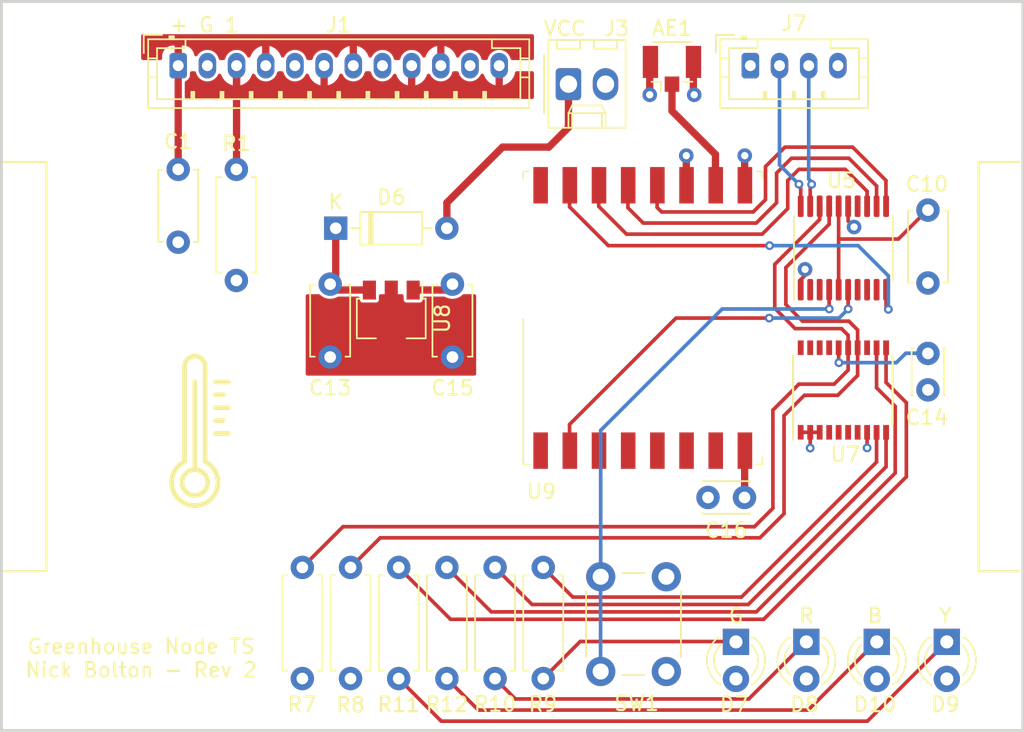
<source format=kicad_pcb>
(kicad_pcb (version 20221018) (generator pcbnew)
  (title_block (title "Greenhouse Node (TS)") (date "2022-11-16") (rev "2") (company "Nick Bolton"))
  (layers (0 "F.Cu" signal) (1 "In1.Cu" signal) (2 "In2.Cu" signal) (31 "B.Cu" signal) (34 "B.Paste" user) (35 "F.Paste" user) (36 "B.SilkS" user "B.Silkscreen") (37 "F.SilkS" user "F.Silkscreen") (38 "B.Mask" user) (39 "F.Mask" user) (44 "Edge.Cuts" user))
  (net 0 "")
  (net 1 "GND")
  (net 2 "Net-(AE1-A)")
  (net 3 "+3V3")
  (net 4 "Net-(#FLG03-pwr)")
  (net 5 "Net-(D7-K)")
  (net 6 "Net-(D8-K)")
  (net 7 "Net-(D9-K)")
  (net 8 "Net-(D10-K)")
  (net 9 "/SWCLK")
  (net 10 "/SWDIO")
  (net 11 "/SDA")
  (net 12 "/OneWire")
  (net 13 "/SCL")
  (net 14 "/LED_G")
  (net 15 "/RST")
  (net 16 "/LED_R")
  (net 18 "/LED_Y")
  (net 20 "/LED_B")
  (net 21 "/RM_IRQ")
  (net 25 "/RM_CS")
  (net 26 "/SCK")
  (net 27 "/MISO")
  (net 28 "/MOSI")
  (net 42 "Net-(#FLG01-pwr)")
  (footprint "LED_THT:LED_D3.0mm" (layer "F.Cu") (at 132.6896 79.652 -90)
    (fp_text reference "D9")
    (fp_text value "LED_Sm_Y")
  )
  (footprint "Resistor_THT:R_Axial_DIN0207_L6.3mm_D2.5mm_P7.62mm_Horizontal" (layer "F.Cu") (at 88.519 82.1666 90)
    (fp_text reference "R7")
    (fp_text value "10k")
  )
  (footprint "Package_SO:SSOP-20_4.4x6.5mm_P0.65mm" (layer "F.Cu") (at 125.599 62.378 90)
    (fp_text reference "U7")
    (fp_text value "PCF8574ATS/3,118")
  )
  (footprint "Capacitor_THT:C_Disc_D3.0mm_W2.0mm_P2.50mm" (layer "F.Cu") (at 131.3942 59.8678 -90)
    (fp_text reference "C14")
    (fp_text value "10nF")
  )
  (footprint "Resistor_THT:R_Axial_DIN0207_L6.3mm_D2.5mm_P7.62mm_Horizontal" (layer "F.Cu") (at 91.821 82.1666 90)
    (fp_text reference "R8")
    (fp_text value "10k")
  )
  (footprint "Package_SO:TSSOP-20_4.4x6.5mm_P0.65mm" (layer "F.Cu") (at 125.599 52.6365 90)
    (fp_text reference "U5")
    (fp_text value "STM32F030F4P6")
  )
  (footprint "Package_TO_SOT_SMD:SOT-89-3" (layer "F.Cu") (at 94.6136 57.4744 -90)
    (fp_text reference "U8")
    (fp_text value "XC6706x")
  )
  (footprint "LED_THT:LED_D3.0mm" (layer "F.Cu") (at 118.237 79.652 -90)
    (fp_text reference "D7")
    (fp_text value "LED_Sm_G")
  )
  (footprint "Capacitor_THT:C_Disc_D4.7mm_W2.5mm_P5.00mm" (layer "F.Cu") (at 98.806 55.118 -90)
    (fp_text reference "C15")
    (fp_text value "100nF")
  )
  (footprint "Resistor_THT:R_Axial_DIN0207_L6.3mm_D2.5mm_P7.62mm_Horizontal" (layer "F.Cu") (at 105.029 74.5466 -90)
    (fp_text reference "R9")
    (fp_text value "5k")
  )
  (footprint "Resistor_THT:R_Axial_DIN0207_L6.3mm_D2.5mm_P7.62mm_Horizontal" (layer "F.Cu") (at 101.727 74.5466 -90)
    (fp_text reference "R10")
    (fp_text value "1k")
  )
  (footprint "Capacitor_THT:C_Disc_D4.7mm_W2.5mm_P5.00mm" (layer "F.Cu") (at 131.3942 50.038 -90)
    (fp_text reference "C10")
    (fp_text value "100nF")
  )
  (footprint "Capacitor_THT:C_Disc_D3.0mm_W2.0mm_P2.50mm" (layer "F.Cu") (at 118.8212 69.7484 180)
    (fp_text reference "C16")
    (fp_text value "10nF")
  )
  (footprint "Connector_JST:JST_PH_B4B-PH-K_1x04_P2.00mm_Vertical" (layer "F.Cu") (at 119.222 40.132)
    (fp_text reference "J7")
    (fp_text value "Conn_01x04_Pin")
  )
  (footprint "Diode_THT:D_DO-35_SOD27_P7.62mm_Horizontal" (layer "F.Cu") (at 90.805 51.2826)
    (fp_text reference "D6")
    (fp_text value "BAT46")
  )
  (footprint "MountingHole:MountingHole_3.2mm_M3" (layer "F.Cu") (at 131.39 41.74)
    (fp_text reference "H2" hide)
    (fp_text value "MountingHole")
  )
  (footprint "Resistor_THT:R_Axial_DIN0207_L6.3mm_D2.5mm_P7.62mm_Horizontal" (layer "F.Cu") (at 98.425 74.5466 -90)
    (fp_text reference "R12")
    (fp_text value "5k")
  )
  (footprint "Connector_Molex:Molex_KK-254_AE-6410-02A_1x02_P2.54mm_Vertical" (layer "F.Cu") (at 106.7562 41.402)
    (fp_text reference "J3")
    (fp_text value "Conn_01x02_Pin")
  )
  (footprint "Resistor_THT:R_Axial_DIN0207_L6.3mm_D2.5mm_P7.62mm_Horizontal" (layer "F.Cu") (at 95.123 74.5466 -90)
    (fp_text reference "R11")
    (fp_text value "1k")
  )
  (footprint "Capacitor_THT:C_Disc_D4.7mm_W2.5mm_P5.00mm" (layer "F.Cu") (at 90.424 60.118 90)
    (fp_text reference "C13")
    (fp_text value "100nF")
  )
  (footprint "MountingHole:MountingHole_3.2mm_M3" (layer "F.Cu") (at 73.9 41.73)
    (fp_text reference "H1" hide)
    (fp_text value "MountingHole")
  )
  (footprint "Button_Switch_THT:SW_PUSH_6mm" (layer "F.Cu") (at 108.966 81.684 90)
    (fp_text reference "SW1")
    (fp_text value "SW_Push")
  )
  (footprint "Connector_JST:JST_PH_B12B-PH-K_1x12_P2.00mm_Vertical" (layer "F.Cu") (at 80.01 40.132)
    (fp_text reference "J1")
    (fp_text value "Conn_01x12_Male")
  )
  (footprint "Connector_Coaxial:U.FL_Hirose_U.FL-R-SMT-1_Vertical" (layer "F.Cu") (at 113.8508 40.352 90)
    (fp_text reference "AE1")
    (fp_text value "U.FL-R-SMT-1")
  )
  (footprint "Nick:HopeRF_RFM69HW" (layer "F.Cu") (at 111.8498 57.4362 90)
    (fp_text reference "U9")
    (fp_text value "RFM69HW")
  )
  (footprint "MountingHole:MountingHole_3.2mm_M3" (layer "F.Cu") (at 73.9 72.74)
    (fp_text reference "H3" hide)
    (fp_text value "MountingHole")
  )
  (footprint "MountingHole:MountingHole_3.2mm_M3" (layer "F.Cu") (at 131.39 72.73)
    (fp_text reference "H4" hide)
    (fp_text value "MountingHole")
  )
  (footprint "Resistor_THT:R_Axial_DIN0207_L6.3mm_D2.5mm_P7.62mm_Horizontal" (layer "F.Cu") (at 83.9978 54.864 90)
    (fp_text reference "R1")
    (fp_text value "5k")
  )
  (footprint "LED_THT:LED_D3.0mm" (layer "F.Cu") (at 123.063 79.652 -90)
    (fp_text reference "D8")
    (fp_text value "LED_Sm_R")
  )
  (footprint "Capacitor_THT:C_Disc_D4.7mm_W2.5mm_P5.00mm" (layer "F.Cu") (at 80.01 52.244 90)
    (fp_text reference "C1")
    (fp_text value "100nF")
  )
  (footprint "LED_THT:LED_D3.0mm" (layer "F.Cu") (at 127.889 79.652 -90)
    (fp_text reference "D10")
    (fp_text value "LED_Sm_B")
  )
  (gr_poly (pts (xy 81.159179 61.658086) (xy 81.167595 61.658726) (xy 81.175889 61.65978) (xy 81.18405 61.661237) (xy 81.192068 61.663088) (xy 81.199932 61.665321) (xy 81.207632 61.667927) (xy 81.215157 61.670895) (xy 81.222498 61.674214) (xy 81.229643 61.677874) (xy 81.236583 61.681864) (xy 81.243307 61.686175) (xy 81.249804 61.690796) (xy 81.256064 61.695716) (xy 81.262077 61.700925) (xy 81.267832 61.706412) (xy 81.273319 61.712168) (xy 81.278527 61.718181) (xy 81.283446 61.724441) (xy 81.288066 61.730938) (xy 81.292377 61.737662) (xy 81.296367 61.744602) (xy 81.300026 61.751747) (xy 81.303344 61.759087) (xy 81.306311 61.766612) (xy 81.308917 61.774312) (xy 81.31115 61.782175) (xy 81.313 61.790192) (xy 81.314457 61.798352) (xy 81.315511 61.806644) (xy 81.316151 61.815059) (xy 81.316366 61.823586) (xy 81.316366 67.680808) (xy 81.362913 67.689309) (xy 81.408726 67.69984) (xy 81.453759 67.71235) (xy 81.497961 67.726792) (xy 81.541284 67.743116) (xy 81.58368 67.761275) (xy 81.625098 67.781218) (xy 81.665491 67.802897) (xy 81.704809 67.826264) (xy 81.743003 67.851269) (xy 81.780026 67.877863) (xy 81.815827 67.905999) (xy 81.850358 67.935626) (xy 81.883569 67.966697) (xy 81.915413 67.999161) (xy 81.945841 68.032972) (xy 81.974802 68.068079) (xy 82.002249 68.104434) (xy 82.028133 68.141988) (xy 82.052405 68.180692) (xy 82.075015 68.220497) (xy 82.095915 68.261355) (xy 82.115057 68.303217) (xy 82.13239 68.346034) (xy 82.147867 68.389756) (xy 82.161439 68.434336) (xy 82.173056 68.479725) (xy 82.18267 68.525872) (xy 82.190231 68.572731) (xy 82.195692 68.620252) (xy 82.199003 68.668386) (xy 82.200115 68.717084) (xy 82.198746 68.771007) (xy 82.194686 68.824232) (xy 82.188 68.876692) (xy 82.178754 68.928321) (xy 82.167016 68.979051) (xy 82.152851 69.028818) (xy 82.136326 69.077554) (xy 82.117508 69.125192) (xy 82.096463 69.171667) (xy 82.073258 69.216912) (xy 82.047958 69.260861) (xy 82.02063 69.303446) (xy 81.991342 69.344602) (xy 81.960159 69.384261) (xy 81.927147 69.422359) (xy 81.892374 69.458827) (xy 81.855906 69.493601) (xy 81.817808 69.526612) (xy 81.778148 69.557795) (xy 81.736992 69.587084) (xy 81.694407 69.614411) (xy 81.650459 69.639711) (xy 81.605214 69.662916) (xy 81.558739 69.683962) (xy 81.5111 69.70278) (xy 81.462364 69.719304) (xy 81.412598 69.733469) (xy 81.361867 69.745207) (xy 81.310238 69.754453) (xy 81.257778 69.761139) (xy 81.204553 69.7652) (xy 81.15063 69.766568) (xy 81.096707 69.7652) (xy 81.043482 69.761139) (xy 80.991022 69.754453) (xy 80.939393 69.745207) (xy 80.888662 69.733469) (xy 80.838896 69.719304) (xy 80.79016 69.70278) (xy 80.742521 69.683962) (xy 80.696046 69.662916) (xy 80.650801 69.639711) (xy 80.606853 69.614411) (xy 80.564268 69.587084) (xy 80.523112 69.557795) (xy 80.483452 69.526612) (xy 80.445355 69.493601) (xy 80.408886 69.458827) (xy 80.374113 69.422359) (xy 80.341101 69.384261) (xy 80.309918 69.344602) (xy 80.28063 69.303446) (xy 80.253302 69.260861) (xy 80.228003 69.216912) (xy 80.204797 69.171667) (xy 80.183752 69.125192) (xy 80.164934 69.077554) (xy 80.148409 69.028818) (xy 80.134244 68.979051) (xy 80.122506 68.928321) (xy 80.113261 68.876692) (xy 80.106574 68.824232) (xy 80.102514 68.771007) (xy 80.101146 68.717084) (xy 80.432598 68.717084) (xy 80.433534 68.753979) (xy 80.436312 68.790397) (xy 80.440887 68.826292) (xy 80.447213 68.861618) (xy 80.455244 68.896329) (xy 80.464936 68.93038) (xy 80.476242 68.963726) (xy 80.489117 68.996321) (xy 80.503516 69.02812) (xy 80.519394 69.059078) (xy 80.536704 69.089148) (xy 80.555401 69.118285) (xy 80.575441 69.146445) (xy 80.596777 69.17358) (xy 80.619363 69.199647) (xy 80.643156 69.224599) (xy 80.668108 69.248391) (xy 80.694174 69.270978) (xy 80.72131 69.292314) (xy 80.74947 69.312353) (xy 80.778607 69.331051) (xy 80.808677 69.348361) (xy 80.839634 69.364238) (xy 80.871434 69.378638) (xy 80.904029 69.391513) (xy 80.937375 69.402819) (xy 80.971426 69.412511) (xy 81.006137 69.420542) (xy 81.041463 69.426868) (xy 81.077358 69.431442) (xy 81.113776 69.434221) (xy 81.150671 69.435157) (xy 81.187567 69.434221) (xy 81.223985 69.431442) (xy 81.25988 69.426868) (xy 81.295205 69.420542) (xy 81.329916 69.412511) (xy 81.363968 69.402819) (xy 81.397314 69.391513) (xy 81.429909 69.378638) (xy 81.461708 69.364238) (xy 81.492665 69.348361) (xy 81.522736 69.331051) (xy 81.551873 69.312353) (xy 81.580032 69.292314) (xy 81.607168 69.270978) (xy 81.633235 69.248391) (xy 81.658187 69.224599) (xy 81.681979 69.199647) (xy 81.704566 69.17358) (xy 81.725902 69.146445) (xy 81.745941 69.118285) (xy 81.764639 69.089148) (xy 81.781949 69.059078) (xy 81.797827 69.02812) (xy 81.812226 68.996321) (xy 81.825101 68.963726) (xy 81.836407 68.93038) (xy 81.846099 68.896329) (xy 81.85413 68.861618) (xy 81.860456 68.826292) (xy 81.865031 68.790397) (xy 81.867809 68.753979) (xy 81.868745 68.717084) (xy 81.867809 68.680188) (xy 81.865031 68.64377) (xy 81.860456 68.607875) (xy 81.85413 68.572549) (xy 81.846099 68.537838) (xy 81.836407 68.503787) (xy 81.825101 68.470441) (xy 81.812226 68.437845) (xy 81.797827 68.406046) (xy 81.781949 68.375089) (xy 81.764639 68.345019) (xy 81.745941 68.315881) (xy 81.725902 68.287722) (xy 81.704566 68.260586) (xy 81.68198 68.234519) (xy 81.658187 68.209567) (xy 81.633235 68.185775) (xy 81.607169 68.163188) (xy 81.580033 68.141852) (xy 81.551873 68.121813) (xy 81.522736 68.103116) (xy 81.492666 68.085805) (xy 81.461708 68.069928) (xy 81.429909 68.055529) (xy 81.397314 68.042653) (xy 81.363968 68.031347) (xy 81.329917 68.021656) (xy 81.295206 68.013624) (xy 81.25988 68.007299) (xy 81.223985 68.002724) (xy 81.187567 67.999946) (xy 81.150671 67.99901) (xy 81.113776 67.999946) (xy 81.077358 68.002724) (xy 81.041463 68.007299) (xy 81.006137 68.013624) (xy 80.971426 68.021656) (xy 80.937375 68.031347) (xy 80.904029 68.042654) (xy 80.871434 68.055529) (xy 80.839634 68.069928) (xy 80.808677 68.085805) (xy 80.778607 68.103116) (xy 80.74947 68.121813) (xy 80.72131 68.141853) (xy 80.694174 68.163189) (xy 80.668108 68.185775) (xy 80.643156 68.209567) (xy 80.619363 68.23452) (xy 80.596777 68.260586) (xy 80.575441 68.287722) (xy 80.555401 68.315882) (xy 80.536704 68.345019) (xy 80.519394 68.375089) (xy 80.503516 68.406046) (xy 80.489117 68.437846) (xy 80.476242 68.470441) (xy 80.464936 68.503787) (xy 80.455244 68.537838) (xy 80.447213 68.57255) (xy 80.440887 68.607875) (xy 80.436312 68.64377) (xy 80.433534 68.680188) (xy 80.432598 68.717084) (xy 80.101146 68.717084) (xy 80.102261 68.668385) (xy 80.105575 68.620252) (xy 80.111039 68.572731) (xy 80.118604 68.525872) (xy 80.12822 68.479724) (xy 80.13984 68.434336) (xy 80.153414 68.389756) (xy 80.168893 68.346033) (xy 80.186229 68.303217) (xy 80.205372 68.261355) (xy 80.226274 68.220497) (xy 80.248886 68.180691) (xy 80.273159 68.141987) (xy 80.299044 68.104433) (xy 80.326493 68.068079) (xy 80.355455 68.032971) (xy 80.385883 67.999161) (xy 80.417728 67.966696) (xy 80.450941 67.935626) (xy 80.485472 67.905998) (xy 80.521274 67.877863) (xy 80.558296 67.851268) (xy 80.596491 67.826263) (xy 80.63581 67.802897) (xy 80.676203 67.781217) (xy 80.717621 67.761274) (xy 80.760017 67.743116) (xy 80.80334 67.726791) (xy 80.847542 67.712349) (xy 80.892575 67.699839) (xy 80.938389 67.689309) (xy 80.984935 67.680807) (xy 80.984935 61.823586) (xy 80.985151 61.815057) (xy 80.985791 61.806641) (xy 80.986845 61.798347) (xy 80.988302 61.790186) (xy 80.990153 61.782168) (xy 80.992386 61.774304) (xy 80.994992 61.766604) (xy 80.99796 61.759079) (xy 81.001279 61.751738) (xy 81.004939 61.744593) (xy 81.008929 61.737653) (xy 81.01324 61.730929) (xy 81.017861 61.724432) (xy 81.022781 61.718172) (xy 81.02799 61.712159) (xy 81.033477 61.706404) (xy 81.039233 61.700917) (xy 81.045246 61.695709) (xy 81.051506 61.69079) (xy 81.058003 61.68617) (xy 81.064727 61.68186) (xy 81.071667 61.677869) (xy 81.078812 61.67421) (xy 81.086152 61.670892) (xy 81.093677 61.667925) (xy 81.101377 61.66532) (xy 81.10924 61.663087) (xy 81.117257 61.661236) (xy 81.125417 61.659779) (xy 81.133709 61.658725) (xy 81.142124 61.658086) (xy 81.15065 61.65787)) (fill solid) (layer "F.SilkS"))
  (gr_line locked (start 134.866 74.803) (end 137.66 74.803) (stroke (width 0.15)) (layer "F.SilkS"))
  (gr_line locked (start 68.064 74.803) (end 70.985 74.803) (stroke (width 0.15)) (layer "F.SilkS"))
  (gr_line locked (start 137.66 46.736) (end 134.866 46.736) (stroke (width 0.15)) (layer "F.SilkS"))
  (gr_poly (pts (xy 83.45702 65.193222) (xy 83.465438 65.193861) (xy 83.473733 65.194915) (xy 83.481895 65.196372) (xy 83.489914 65.198223) (xy 83.497779 65.200456) (xy 83.50548 65.203061) (xy 83.513006 65.206028) (xy 83.520347 65.209346) (xy 83.527492 65.213005) (xy 83.534432 65.216996) (xy 83.541155 65.221306) (xy 83.547652 65.225926) (xy 83.553912 65.230845) (xy 83.559925 65.236053) (xy 83.565679 65.24154) (xy 83.571166 65.247295) (xy 83.576373 65.253308) (xy 83.581292 65.259568) (xy 83.585911 65.266065) (xy 83.590221 65.272789) (xy 83.59421 65.279729) (xy 83.597869 65.286874) (xy 83.601187 65.294215) (xy 83.604153 65.30174) (xy 83.606758 65.30944) (xy 83.60899 65.317304) (xy 83.61084 65.325322) (xy 83.612297 65.333483) (xy 83.61335 65.341777) (xy 83.61399 65.350193) (xy 83.614206 65.358722) (xy 83.61399 65.36725) (xy 83.61335 65.375666) (xy 83.612296 65.38396) (xy 83.610838 65.392121) (xy 83.608988 65.400139) (xy 83.606754 65.408003) (xy 83.604149 65.415703) (xy 83.601181 65.423229) (xy 83.597862 65.430569) (xy 83.594202 65.437715) (xy 83.590211 65.444655) (xy 83.5859 65.451378) (xy 83.58128 65.457875) (xy 83.57636 65.464135) (xy 83.571151 65.470148) (xy 83.565663 65.475903) (xy 83.559908 65.48139) (xy 83.553895 65.486598) (xy 83.547634 65.491518) (xy 83.541137 65.496138) (xy 83.534413 65.500448) (xy 83.527474 65.504438) (xy 83.520328 65.508097) (xy 83.512988 65.511416) (xy 83.505463 65.514383) (xy 83.497764 65.516988) (xy 83.4899 65.519221) (xy 83.481883 65.521071) (xy 83.473724 65.522528) (xy 83.465431 65.523582) (xy 83.457016 65.524222) (xy 83.44849 65.524438) (xy 82.5647 65.524438) (xy 82.556172 65.524222) (xy 82.547756 65.523582) (xy 82.539462 65.522528) (xy 82.531301 65.521071) (xy 82.523283 65.519221) (xy 82.515419 65.516988) (xy 82.507719 65.514383) (xy 82.500194 65.511416) (xy 82.492853 65.508097) (xy 82.485708 65.504438) (xy 82.478768 65.500448) (xy 82.472044 65.496138) (xy 82.465547 65.491518) (xy 82.459287 65.486598) (xy 82.453274 65.48139) (xy 82.447519 65.475903) (xy 82.442032 65.470148) (xy 82.436824 65.464135) (xy 82.431905 65.457875) (xy 82.427285 65.451378) (xy 82.422975 65.444655) (xy 82.418985 65.437715) (xy 82.415325 65.430569) (xy 82.412007 65.423229) (xy 82.40904 65.415703) (xy 82.406435 65.408003) (xy 82.404202 65.400139) (xy 82.402351 65.392121) (xy 82.400894 65.38396) (xy 82.39984 65.375666) (xy 82.399201 65.36725) (xy 82.398985 65.358722) (xy 82.399201 65.350193) (xy 82.399841 65.341777) (xy 82.400895 65.333483) (xy 82.402352 65.325322) (xy 82.404203 65.317304) (xy 82.406436 65.30944) (xy 82.409042 65.30174) (xy 82.41201 65.294215) (xy 82.415329 65.286874) (xy 82.418989 65.279729) (xy 82.422979 65.272789) (xy 82.42729 65.266065) (xy 82.431911 65.259568) (xy 82.436831 65.253308) (xy 82.44204 65.247295) (xy 82.447527 65.24154) (xy 82.453283 65.236053) (xy 82.459296 65.230845) (xy 82.465556 65.225926) (xy 82.472053 65.221306) (xy 82.478777 65.216996) (xy 82.485717 65.213005) (xy 82.492862 65.209346) (xy 82.500202 65.206028) (xy 82.507727 65.203061) (xy 82.515427 65.200456) (xy 82.52329 65.198223) (xy 82.531307 65.196372) (xy 82.539467 65.194915) (xy 82.547759 65.193861) (xy 82.556174 65.193222) (xy 82.5647 65.193006) (xy 83.44849 65.193006)) (fill solid) (layer "F.SilkS"))
  (gr_line locked (start 70.985 74.803) (end 70.985 46.736) (stroke (width 0.15)) (layer "F.SilkS"))
  (gr_poly (pts (xy 81.195515 59.89145) (xy 81.239777 59.894826) (xy 81.283403 59.900387) (xy 81.326337 59.908075) (xy 81.368525 59.917836) (xy 81.409911 59.929616) (xy 81.450439 59.943357) (xy 81.490055 59.959006) (xy 81.528703 59.976507) (xy 81.566328 59.995804) (xy 81.602874 60.016843) (xy 81.638287 60.039568) (xy 81.672511 60.063924) (xy 81.705491 60.089855) (xy 81.737172 60.117307) (xy 81.767498 60.146224) (xy 81.796414 60.17655) (xy 81.823865 60.208231) (xy 81.849796 60.241212) (xy 81.874151 60.275436) (xy 81.896876 60.310849) (xy 81.917914 60.347396) (xy 81.937211 60.38502) (xy 81.954711 60.423668) (xy 81.970359 60.463283) (xy 81.9841 60.503811) (xy 81.995879 60.545196) (xy 82.00564 60.587382) (xy 82.013328 60.630316) (xy 82.018888 60.67394) (xy 82.022264 60.718201) (xy 82.023402 60.763043) (xy 82.023402 67.194327) (xy 82.123593 67.25606) (xy 82.21864 67.323621) (xy 82.30836 67.396716) (xy 82.392572 67.475052) (xy 82.471094 67.558335) (xy 82.543742 67.646273) (xy 82.610337 67.738572) (xy 82.670694 67.834938) (xy 82.724633 67.935078) (xy 82.771971 68.038698) (xy 82.812527 68.145506) (xy 82.846117 68.255208) (xy 82.872561 68.367509) (xy 82.891676 68.482118) (xy 82.90328 68.598741) (xy 82.907191 68.717084) (xy 82.90498 68.806545) (xy 82.89838 68.895149) (xy 82.887443 68.982773) (xy 82.872219 69.069296) (xy 82.852759 69.154599) (xy 82.829115 69.238561) (xy 82.801338 69.32106) (xy 82.769479 69.401976) (xy 82.733588 69.481188) (xy 82.693717 69.558575) (xy 82.649917 69.634017) (xy 82.602239 69.707393) (xy 82.550734 69.778582) (xy 82.495453 69.847464) (xy 82.436447 69.913917) (xy 82.373768 69.97782) (xy 82.310577 70.036276) (xy 82.245116 70.091267) (xy 82.177493 70.142749) (xy 82.107818 70.190682) (xy 82.0362 70.235024) (xy 81.962746 70.275731) (xy 81.887568 70.312761) (xy 81.810772 70.346073) (xy 81.732468 70.375625) (xy 81.652766 70.401374) (xy 81.571773 70.423277) (xy 81.489599 70.441294) (xy 81.406353 70.455381) (xy 81.322144 70.465496) (xy 81.23708 70.471598) (xy 81.151271 70.473644) (xy 81.137599 70.47359) (xy 81.123924 70.473432) (xy 81.110233 70.473173) (xy 81.096515 70.472817) (xy 81.011785 70.468174) (xy 80.927778 70.45941) (xy 80.84461 70.446578) (xy 80.762395 70.429728) (xy 80.68125 70.408913) (xy 80.60129 70.384184) (xy 80.52263 70.355593) (xy 80.445385 70.323191) (xy 80.369672 70.287031) (xy 80.295605 70.247164) (xy 80.223301 70.203641) (xy 80.152874 70.156515) (xy 80.08444 70.105837) (xy 80.018114 70.051658) (xy 79.954012 69.994031) (xy 79.89225 69.933007) (xy 79.833444 69.869178) (xy 79.778105 69.803128) (xy 79.72628 69.734972) (xy 79.678018 69.664828) (xy 79.633366 69.592814) (xy 79.592372 69.519046) (xy 79.555084 69.443642) (xy 79.521549 69.366719) (xy 79.491817 69.288395) (xy 79.465934 69.208785) (xy 79.443948 69.128009) (xy 79.425907 69.046182) (xy 79.411859 68.963422) (xy 79.401852 68.879846) (xy 79.395934 68.795572) (xy 79.394176 68.711875) (xy 79.725583 68.711875) (xy 79.72703 68.780517) (xy 79.731841 68.848708) (xy 79.739977 68.916351) (xy 79.7514 68.983353) (xy 79.76607 69.049618) (xy 79.783948 69.115051) (xy 79.804997 69.179558) (xy 79.829176 69.243043) (xy 79.856448 69.305411) (xy 79.886772 69.366569) (xy 79.920111 69.42642) (xy 79.956426 69.484869) (xy 79.995677 69.541823) (xy 80.037827 69.597186) (xy 80.082835 69.650862) (xy 80.130663 69.702758) (xy 80.180865 69.752372) (xy 80.232942 69.799223) (xy 80.2868 69.843269) (xy 80.342346 69.884469) (xy 80.399487 69.92278) (xy 80.458128 69.958159) (xy 80.518177 69.990566) (xy 80.579539 70.019958) (xy 80.642122 70.046293) (xy 80.705832 70.069529) (xy 80.770575 70.089624) (xy 80.836258 70.106535) (xy 80.902788 70.120222) (xy 80.97007 70.130642) (xy 81.038012 70.137752) (xy 81.106519 70.141511) (xy 81.179223 70.141937) (xy 81.251339 70.138777) (xy 81.322767 70.132069) (xy 81.393406 70.121854) (xy 81.463156 70.10817) (xy 81.531916 70.091056) (xy 81.599586 70.070552) (xy 81.666065 70.046698) (xy 81.731254 70.019532) (xy 81.79505 69.989093) (xy 81.857355 69.955422) (xy 81.918067 69.918557) (xy 81.977086 69.878537) (xy 82.034312 69.835402) (xy 82.089644 69.789192) (xy 82.142981 69.739944) (xy 82.193835 69.688101) (xy 82.241707 69.634189) (xy 82.286558 69.578306) (xy 82.328345 69.520551) (xy 82.367027 69.46102) (xy 82.402562 69.399812) (xy 82.43491 69.337026) (xy 82.464028 69.272759) (xy 82.489875 69.20711) (xy 82.51241 69.140176) (xy 82.531591 69.072055) (xy 82.547377 69.002845) (xy 82.559726 68.932646) (xy 82.568597 68.861553) (xy 82.573949 68.789667) (xy 82.575739 68.717084) (xy 82.574854 68.666305) (xy 82.572213 68.615883) (xy 82.567836 68.565852) (xy 82.561748 68.516247) (xy 82.553968 68.467102) (xy 82.544518 68.418453) (xy 82.53342 68.370335) (xy 82.520697 68.322782) (xy 82.506369 68.275829) (xy 82.490458 68.229512) (xy 82.472986 68.183865) (xy 82.453974 68.138924) (xy 82.433445 68.094722) (xy 82.41142 68.051295) (xy 82.38792 68.008678) (xy 82.362967 67.966906) (xy 82.336583 67.926014) (xy 82.30879 67.886036) (xy 82.279609 67.847008) (xy 82.249062 67.808964) (xy 82.21717 67.77194) (xy 82.183956 67.73597) (xy 82.149441 67.70109) (xy 82.113646 67.667333) (xy 82.076594 67.634736) (xy 82.038305 67.603332) (xy 81.998802 67.573157) (xy 81.958107 67.544246) (xy 81.91624 67.516634) (xy 81.873224 67.490356) (xy 81.82908 67.465446) (xy 81.78383 67.441939) (xy 81.773523 67.436345) (xy 81.763723 67.430097) (xy 81.754452 67.423229) (xy 81.745732 67.415777) (xy 81.737584 67.407776) (xy 81.730031 67.399262) (xy 81.723093 67.390269) (xy 81.716793 67.380832) (xy 81.711153 67.370987) (xy 81.706195 67.360769) (xy 81.701939 67.350212) (xy 81.698408 67.339353) (xy 81.695625 67.328226) (xy 81.693609 67.316865) (xy 81.692384 67.305308) (xy 81.691971 67.293587) (xy 81.691971 60.763043) (xy 81.691265 60.735229) (xy 81.68917 60.707775) (xy 81.685722 60.680716) (xy 81.680953 60.654086) (xy 81.674899 60.627919) (xy 81.667593 60.602249) (xy 81.65907 60.577111) (xy 81.649363 60.552539) (xy 81.638509 60.528567) (xy 81.626539 60.50523) (xy 81.61349 60.482562) (xy 81.599395 60.460596) (xy 81.584288 60.439369) (xy 81.568204 60.418912) (xy 81.551177 60.399262) (xy 81.533242 60.380452) (xy 81.514431 60.362516) (xy 81.494781 60.345489) (xy 81.474325 60.329405) (xy 81.453097 60.314298) (xy 81.431132 60.300203) (xy 81.408463 60.287154) (xy 81.385126 60.275185) (xy 81.361154 60.26433) (xy 81.336582 60.254624) (xy 81.311445 60.2461) (xy 81.285775 60.238795) (xy 81.259608 60.23274) (xy 81.232978 60.227971) (xy 81.205919 60.224523) (xy 81.178465 60.222428) (xy 81.150651 60.221723) (xy 81.122837 60.222428) (xy 81.095383 60.224523) (xy 81.068324 60.227971) (xy 81.041694 60.23274) (xy 81.015527 60.238795) (xy 80.989857 60.2461) (xy 80.964719 60.254624) (xy 80.940147 60.26433) (xy 80.916176 60.275185) (xy 80.892838 60.287154) (xy 80.87017 60.300203) (xy 80.848205 60.314298) (xy 80.826977 60.329405) (xy 80.806521 60.345489) (xy 80.78687 60.362516) (xy 80.76806 60.380452) (xy 80.750124 60.399262) (xy 80.733097 60.418912) (xy 80.717013 60.439369) (xy 80.701906 60.460596) (xy 80.687811 60.482562) (xy 80.674762 60.50523) (xy 80.662793 60.528567) (xy 80.651938 60.552539) (xy 80.642232 60.577111) (xy 80.633709 60.602249) (xy 80.626403 60.627919) (xy 80.620348 60.654086) (xy 80.61558 60.680716) (xy 80.612131 60.707775) (xy 80.610037 60.735229) (xy 80.609331 60.763043) (xy 80.609331 67.293566) (xy 80.609227 67.299443) (xy 80.608918 67.305283) (xy 80.608406 67.311084) (xy 80.607693 67.316839) (xy 80.606783 67.322546) (xy 80.605679 67.328199) (xy 80.604382 67.333794) (xy 80.602896 67.339326) (xy 80.601223 67.344792) (xy 80.599366 67.350186) (xy 80.597329 67.355505) (xy 80.595112 67.360744) (xy 80.59272 67.365899) (xy 80.590155 67.370964) (xy 80.587419 67.375937) (xy 80.584516 67.380811) (xy 80.581448 67.385584) (xy 80.578217 67.39025) (xy 80.574827 67.394805) (xy 80.57128 67.399245) (xy 80.567579 67.403565) (xy 80.563727 67.40776) (xy 80.559726 67.411828) (xy 80.555578 67.415762) (xy 80.551288 67.419559) (xy 80.546857 67.423214) (xy 80.542288 67.426723) (xy 80.537584 67.430081) (xy 80.532748 67.433284) (xy 80.527782 67.436328) (xy 80.522689 67.439207) (xy 80.517471 67.441919) (xy 80.428422 67.490141) (xy 80.343838 67.543816) (xy 80.263892 67.602663) (xy 80.188757 67.666406) (xy 80.118607 67.734766) (xy 80.053616 67.807464) (xy 79.993956 67.884223) (xy 79.939802 67.964764) (xy 79.891327 68.04881) (xy 79.848704 68.136081) (xy 79.812107 68.2263) (xy 79.781709 68.319189) (xy 79.757685 68.414469) (xy 79.740206 68.511862) (xy 79.729448 68.61109) (xy 79.725583 68.711875) (xy 79.394176 68.711875) (xy 79.394152 68.710717) (xy 79.395339 68.651604) (xy 79.398459 68.592882) (xy 79.403488 68.534589) (xy 79.410405 68.47676) (xy 79.419187 68.419431) (xy 79.42981 68.362641) (xy 79.442252 68.306424) (xy 79.45649 68.250818) (xy 79.472502 68.195859) (xy 79.490264 68.141584) (xy 79.509755 68.088028) (xy 79.53095 68.035229) (xy 79.553828 67.983223) (xy 79.578366 67.932046) (xy 79.604541 67.881736) (xy 79.632331 67.832328) (xy 79.661711 67.783859) (xy 79.692661 67.736365) (xy 79.725156 67.689884) (xy 79.759175 67.644451) (xy 79.794695 67.600103) (xy 79.831692 67.556877) (xy 79.870144 67.514809) (xy 79.910029 67.473935) (xy 79.951323 67.434292) (xy 79.994004 67.395917) (xy 80.03805 67.358845) (xy 80.083436 67.323115) (xy 80.130141 67.288761) (xy 80.178142 67.255821) (xy 80.227416 67.224331) (xy 80.277941 67.194327) (xy 80.277941 60.763043) (xy 80.279079 60.718201) (xy 80.282455 60.67394) (xy 80.288014 60.630316) (xy 80.295702 60.587382) (xy 80.305463 60.545196) (xy 80.317241 60.503811) (xy 80.330981 60.463283) (xy 80.346629 60.423668) (xy 80.364129 60.38502) (xy 80.383425 60.347396) (xy 80.404462 60.310849) (xy 80.427186 60.275436) (xy 80.45154 60.241212) (xy 80.47747 60.208231) (xy 80.504921 60.17655) (xy 80.533837 60.146224) (xy 80.564163 60.117307) (xy 80.595843 60.089855) (xy 80.628823 60.063924) (xy 80.663047 60.039568) (xy 80.698459 60.016843) (xy 80.735006 59.995804) (xy 80.772631 59.976507) (xy 80.811279 59.959006) (xy 80.850896 59.943357) (xy 80.891424 59.929616) (xy 80.932811 59.917836) (xy 80.975 59.908075) (xy 81.017935 59.900387) (xy 81.061562 59.894826) (xy 81.105826 59.89145) (xy 81.150671 59.890312)) (fill solid) (layer "F.SilkS"))
  (gr_poly (pts (xy 83.103509 62.541875) (xy 83.111924 62.542514) (xy 83.120216 62.543568) (xy 83.128376 62.545025) (xy 83.136393 62.546876) (xy 83.144256 62.549109) (xy 83.151956 62.551714) (xy 83.159481 62.554681) (xy 83.166821 62.557999) (xy 83.173966 62.561659) (xy 83.180906 62.565649) (xy 83.18763 62.569959) (xy 83.194127 62.574579) (xy 83.200388 62.579498) (xy 83.206401 62.584707) (xy 83.212156 62.590193) (xy 83.217644 62.595949) (xy 83.222853 62.601961) (xy 83.227772 62.608221) (xy 83.232393 62.614719) (xy 83.236704 62.621442) (xy 83.240695 62.628382) (xy 83.244355 62.635527) (xy 83.247674 62.642868) (xy 83.250641 62.650393) (xy 83.253247 62.658093) (xy 83.25548 62.665958) (xy 83.257331 62.673975) (xy 83.258789 62.682136) (xy 83.259843 62.69043) (xy 83.260483 62.698846) (xy 83.260698 62.707375) (xy 83.260483 62.715903) (xy 83.259843 62.724319) (xy 83.258789 62.732613) (xy 83.257331 62.740774) (xy 83.25548 62.748792) (xy 83.253247 62.756656) (xy 83.250641 62.764356) (xy 83.247674 62.771882) (xy 83.244355 62.779222) (xy 83.240695 62.786368) (xy 83.236704 62.793307) (xy 83.232393 62.800031) (xy 83.227772 62.806528) (xy 83.222853 62.812788) (xy 83.217644 62.818801) (xy 83.212156 62.824556) (xy 83.206401 62.830043) (xy 83.200388 62.835251) (xy 83.194127 62.840171) (xy 83.18763 62.844791) (xy 83.180906 62.849101) (xy 83.173966 62.853091) (xy 83.166821 62.85675) (xy 83.159481 62.860069) (xy 83.151956 62.863036) (xy 83.144256 62.865641) (xy 83.136393 62.867874) (xy 83.128376 62.869724) (xy 83.120216 62.871181) (xy 83.111924 62.872235) (xy 83.103509 62.872875) (xy 83.094983 62.87309) (xy 82.564721 62.87309) (xy 82.556193 62.872875) (xy 82.547777 62.872235) (xy 82.539483 62.871181) (xy 82.531322 62.869723) (xy 82.523304 62.867872) (xy 82.51544 62.865639) (xy 82.50774 62.863033) (xy 82.500214 62.860066) (xy 82.492874 62.856747) (xy 82.485728 62.853087) (xy 82.478789 62.849096) (xy 82.472065 62.844785) (xy 82.465568 62.840165) (xy 82.459308 62.835245) (xy 82.453295 62.830036) (xy 82.44754 62.824548) (xy 82.442053 62.818793) (xy 82.436845 62.81278) (xy 82.431926 62.806519) (xy 82.427306 62.800022) (xy 82.422995 62.793298) (xy 82.419005 62.786359) (xy 82.415346 62.779213) (xy 82.412028 62.771873) (xy 82.409061 62.764348) (xy 82.406456 62.756648) (xy 82.404223 62.748785) (xy 82.402372 62.740768) (xy 82.400915 62.732608) (xy 82.399861 62.724316) (xy 82.399222 62.715901) (xy 82.399006 62.707375) (xy 82.399222 62.698846) (xy 82.399862 62.69043) (xy 82.400916 62.682136) (xy 82.402373 62.673975) (xy 82.404224 62.665958) (xy 82.406457 62.658093) (xy 82.409063 62.650393) (xy 82.412031 62.642868) (xy 82.41535 62.635527) (xy 82.41901 62.628382) (xy 82.423 62.621442) (xy 82.427311 62.614719) (xy 82.431932 62.608221) (xy 82.436852 62.601961) (xy 82.442061 62.595949) (xy 82.447548 62.590193) (xy 82.453303 62.584707) (xy 82.459317 62.579498) (xy 82.465577 62.574579) (xy 82.472074 62.569959) (xy 82.478798 62.565649) (xy 82.485738 62.561659) (xy 82.492883 62.557999) (xy 82.500223 62.554681) (xy 82.507748 62.551714) (xy 82.515448 62.549109) (xy 82.523311 62.546876) (xy 82.531328 62.545025) (xy 82.539488 62.543568) (xy 82.54778 62.542514) (xy 82.556195 62.541875) (xy 82.564721 62.541659) (xy 83.094983 62.541659)) (fill solid) (layer "F.SilkS"))
  (gr_poly (pts (xy 83.45702 63.425664) (xy 83.465438 63.426304) (xy 83.473733 63.427358) (xy 83.481895 63.428815) (xy 83.489914 63.430665) (xy 83.497779 63.432898) (xy 83.50548 63.435503) (xy 83.513006 63.43847) (xy 83.520347 63.441789) (xy 83.527492 63.445448) (xy 83.534432 63.449438) (xy 83.541155 63.453748) (xy 83.547652 63.458368) (xy 83.553912 63.463287) (xy 83.559925 63.468496) (xy 83.565679 63.473983) (xy 83.571166 63.479738) (xy 83.576373 63.485751) (xy 83.581292 63.492011) (xy 83.585911 63.498508) (xy 83.590221 63.505231) (xy 83.59421 63.512171) (xy 83.597869 63.519316) (xy 83.601187 63.526657) (xy 83.604153 63.534183) (xy 83.606758 63.541883) (xy 83.60899 63.549747) (xy 83.61084 63.557764) (xy 83.612297 63.565925) (xy 83.61335 63.574219) (xy 83.61399 63.582636) (xy 83.614206 63.591164) (xy 83.61399 63.599692) (xy 83.61335 63.608108) (xy 83.612296 63.616402) (xy 83.610838 63.624563) (xy 83.608988 63.632581) (xy 83.606754 63.640445) (xy 83.604149 63.648145) (xy 83.601181 63.655671) (xy 83.597862 63.663011) (xy 83.594202 63.670157) (xy 83.590211 63.677096) (xy 83.5859 63.68382) (xy 83.58128 63.690317) (xy 83.57636 63.696577) (xy 83.571151 63.70259) (xy 83.565663 63.708345) (xy 83.559908 63.713832) (xy 83.553895 63.71904) (xy 83.547634 63.72396) (xy 83.541137 63.72858) (xy 83.534413 63.73289) (xy 83.527474 63.73688) (xy 83.520328 63.740539) (xy 83.512988 63.743858) (xy 83.505463 63.746825) (xy 83.497764 63.74943) (xy 83.4899 63.751663) (xy 83.481883 63.753513) (xy 83.473724 63.75497) (xy 83.465431 63.756024) (xy 83.457016 63.756664) (xy 83.44849 63.75688) (xy 82.5647 63.75688) (xy 82.556172 63.756664) (xy 82.547756 63.756024) (xy 82.539462 63.75497) (xy 82.531301 63.753512) (xy 82.523283 63.751662) (xy 82.515419 63.749428) (xy 82.507719 63.746822) (xy 82.500194 63.743855) (xy 82.492853 63.740536) (xy 82.485708 63.736876) (xy 82.478768 63.732885) (xy 82.472044 63.728574) (xy 82.465547 63.723954) (xy 82.459287 63.719034) (xy 82.453274 63.713825) (xy 82.447519 63.708337) (xy 82.442032 63.702582) (xy 82.436824 63.696569) (xy 82.431905 63.690308) (xy 82.427285 63.683811) (xy 82.422975 63.677087) (xy 82.418985 63.670148) (xy 82.415325 63.663002) (xy 82.412007 63.655662) (xy 82.40904 63.648137) (xy 82.406435 63.640437) (xy 82.404202 63.632574) (xy 82.402351 63.624557) (xy 82.400894 63.616398) (xy 82.39984 63.608105) (xy 82.399201 63.59969) (xy 82.398985 63.591164) (xy 82.399201 63.582636) (xy 82.399841 63.574219) (xy 82.400895 63.565925) (xy 82.402352 63.557764) (xy 82.404203 63.549747) (xy 82.406436 63.541883) (xy 82.409042 63.534183) (xy 82.41201 63.526657) (xy 82.415329 63.519316) (xy 82.418989 63.512171) (xy 82.422979 63.505231) (xy 82.42729 63.498508) (xy 82.431911 63.492011) (xy 82.436831 63.485751) (xy 82.44204 63.479738) (xy 82.447527 63.473983) (xy 82.453283 63.468496) (xy 82.459296 63.463287) (xy 82.465556 63.458368) (xy 82.472053 63.453748) (xy 82.478777 63.449438) (xy 82.485717 63.445448) (xy 82.492862 63.441789) (xy 82.500202 63.43847) (xy 82.507727 63.435503) (xy 82.515427 63.432898) (xy 82.52329 63.430665) (xy 82.531307 63.428815) (xy 82.539467 63.427358) (xy 82.547759 63.426304) (xy 82.556174 63.425664) (xy 82.5647 63.425448) (xy 83.44849 63.425448)) (fill solid) (layer "F.SilkS"))
  (gr_poly (pts (xy 83.103509 64.309433) (xy 83.111924 64.310073) (xy 83.120216 64.311127) (xy 83.128376 64.312584) (xy 83.136393 64.314435) (xy 83.144256 64.316668) (xy 83.151956 64.319274) (xy 83.159481 64.322242) (xy 83.166821 64.325561) (xy 83.173966 64.329221) (xy 83.180906 64.333211) (xy 83.18763 64.337522) (xy 83.194127 64.342143) (xy 83.200388 64.347063) (xy 83.206401 64.352272) (xy 83.212156 64.357759) (xy 83.217644 64.363515) (xy 83.222853 64.369528) (xy 83.227772 64.375788) (xy 83.232393 64.382285) (xy 83.236704 64.389009) (xy 83.240695 64.395949) (xy 83.244355 64.403094) (xy 83.247674 64.410434) (xy 83.250641 64.41796) (xy 83.253247 64.425659) (xy 83.25548 64.433522) (xy 83.257331 64.441539) (xy 83.258789 64.449699) (xy 83.259843 64.457991) (xy 83.260483 64.466406) (xy 83.260698 64.474933) (xy 83.260483 64.483461) (xy 83.259843 64.491877) (xy 83.258789 64.500171) (xy 83.257331 64.508332) (xy 83.25548 64.51635) (xy 83.253247 64.524214) (xy 83.250641 64.531914) (xy 83.247674 64.539439) (xy 83.244355 64.54678) (xy 83.240695 64.553925) (xy 83.236704 64.560865) (xy 83.232393 64.567589) (xy 83.227772 64.574086) (xy 83.222853 64.580346) (xy 83.217644 64.586359) (xy 83.212156 64.592114) (xy 83.206401 64.597601) (xy 83.200388 64.602809) (xy 83.194127 64.607728) (xy 83.18763 64.612348) (xy 83.180906 64.616658) (xy 83.173966 64.620648) (xy 83.166821 64.624308) (xy 83.159481 64.627626) (xy 83.151956 64.630593) (xy 83.144256 64.633198) (xy 83.136393 64.635431) (xy 83.128376 64.637282) (xy 83.120216 64.638739) (xy 83.111924 64.639793) (xy 83.103509 64.640432) (xy 83.094983 64.640648) (xy 82.564721 64.640648) (xy 82.556193 64.640432) (xy 82.547777 64.639792) (xy 82.539483 64.638738) (xy 82.531322 64.637281) (xy 82.523304 64.63543) (xy 82.51544 64.633197) (xy 82.50774 64.630591) (xy 82.500214 64.627623) (xy 82.492874 64.624304) (xy 82.485728 64.620644) (xy 82.478789 64.616654) (xy 82.472065 64.612343) (xy 82.465568 64.607722) (xy 82.459308 64.602802) (xy 82.453295 64.597593) (xy 82.44754 64.592106) (xy 82.442053 64.586351) (xy 82.436845 64.580337) (xy 82.431926 64.574077) (xy 82.427306 64.56758) (xy 82.422995 64.560856) (xy 82.419005 64.553916) (xy 82.415346 64.546771) (xy 82.412028 64.539431) (xy 82.409061 64.531906) (xy 82.406456 64.524206) (xy 82.404223 64.516343) (xy 82.402372 64.508326) (xy 82.400915 64.500166) (xy 82.399861 64.491874) (xy 82.399222 64.483459) (xy 82.399006 64.474933) (xy 82.399222 64.466404) (xy 82.399862 64.457988) (xy 82.400916 64.449694) (xy 82.402373 64.441533) (xy 82.404224 64.433515) (xy 82.406457 64.425651) (xy 82.409063 64.417951) (xy 82.412031 64.410426) (xy 82.41535 64.403085) (xy 82.41901 64.39594) (xy 82.423 64.389) (xy 82.427311 64.382276) (xy 82.431932 64.375779) (xy 82.436852 64.369519) (xy 82.442061 64.363506) (xy 82.447548 64.357751) (xy 82.453303 64.352264) (xy 82.459317 64.347056) (xy 82.465577 64.342137) (xy 82.472074 64.337517) (xy 82.478798 64.333207) (xy 82.485738 64.329217) (xy 82.492883 64.325557) (xy 82.500223 64.322239) (xy 82.507748 64.319272) (xy 82.515448 64.316667) (xy 82.523311 64.314434) (xy 82.531328 64.312583) (xy 82.539488 64.311126) (xy 82.54778 64.310072) (xy 82.556195 64.309432) (xy 82.564721 64.309217) (xy 83.094983 64.309217)) (fill solid) (layer "F.SilkS"))
  (gr_line locked (start 134.866 46.736) (end 134.866 74.803) (stroke (width 0.15)) (layer "F.SilkS"))
  (gr_poly (pts (xy 83.457018 61.658086) (xy 83.465435 61.658726) (xy 83.473728 61.65978) (xy 83.48189 61.661237) (xy 83.489907 61.663088) (xy 83.497771 61.665321) (xy 83.505472 61.667927) (xy 83.512997 61.670895) (xy 83.520338 61.674214) (xy 83.527483 61.677874) (xy 83.534423 61.681864) (xy 83.541146 61.686175) (xy 83.547643 61.690796) (xy 83.553904 61.695716) (xy 83.559916 61.700925) (xy 83.565671 61.706412) (xy 83.571158 61.712168) (xy 83.576367 61.718181) (xy 83.581286 61.724441) (xy 83.585906 61.730938) (xy 83.590216 61.737662) (xy 83.594206 61.744602) (xy 83.597866 61.751747) (xy 83.601184 61.759087) (xy 83.604151 61.766612) (xy 83.606756 61.774312) (xy 83.608989 61.782175) (xy 83.610839 61.790192) (xy 83.612296 61.798352) (xy 83.61335 61.806644) (xy 83.61399 61.815059) (xy 83.614206 61.823586) (xy 83.61399 61.832114) (xy 83.61335 61.84053) (xy 83.612296 61.848824) (xy 83.610838 61.856985) (xy 83.608988 61.865003) (xy 83.606754 61.872867) (xy 83.604149 61.880567) (xy 83.601181 61.888092) (xy 83.597862 61.895433) (xy 83.594202 61.902578) (xy 83.590211 61.909518) (xy 83.5859 61.916242) (xy 83.58128 61.922739) (xy 83.57636 61.928999) (xy 83.571151 61.935012) (xy 83.565663 61.940767) (xy 83.559908 61.946254) (xy 83.553895 61.951462) (xy 83.547634 61.956381) (xy 83.541137 61.961001) (xy 83.534413 61.965312) (xy 83.527474 61.969302) (xy 83.520328 61.972961) (xy 83.512988 61.976279) (xy 83.505463 61.979246) (xy 83.497764 61.981851) (xy 83.4899 61.984084) (xy 83.481883 61.985935) (xy 83.473724 61.987392) (xy 83.465431 61.988446) (xy 83.457016 61.989085) (xy 83.44849 61.989301) (xy 82.5647 61.989301) (xy 82.556172 61.989085) (xy 82.547756 61.988445) (xy 82.539462 61.987391) (xy 82.531301 61.985934) (xy 82.523283 61.984083) (xy 82.515419 61.98185) (xy 82.507719 61.979244) (xy 82.500194 61.976276) (xy 82.492853 61.972957) (xy 82.485708 61.969297) (xy 82.478768 61.965307) (xy 82.472044 61.960996) (xy 82.465547 61.956375) (xy 82.459287 61.951455) (xy 82.453274 61.946246) (xy 82.447519 61.940759) (xy 82.442032 61.935003) (xy 82.436824 61.92899) (xy 82.431905 61.92273) (xy 82.427285 61.916233) (xy 82.422975 61.909509) (xy 82.418985 61.902569) (xy 82.415325 61.895424) (xy 82.412007 61.888084) (xy 82.40904 61.880559) (xy 82.406435 61.872859) (xy 82.404202 61.864996) (xy 82.402351 61.856979) (xy 82.400894 61.848819) (xy 82.39984 61.840527) (xy 82.399201 61.832112) (xy 82.398985 61.823586) (xy 82.399201 61.815057) (xy 82.399841 61.806641) (xy 82.400895 61.798347) (xy 82.402352 61.790186) (xy 82.404203 61.782168) (xy 82.406436 61.774304) (xy 82.409042 61.766604) (xy 82.41201 61.759079) (xy 82.415329 61.751738) (xy 82.418989 61.744593) (xy 82.422979 61.737653) (xy 82.42729 61.730929) (xy 82.431911 61.724432) (xy 82.436831 61.718172) (xy 82.44204 61.712159) (xy 82.447527 61.706404) (xy 82.453283 61.700917) (xy 82.459296 61.695709) (xy 82.465556 61.69079) (xy 82.472053 61.68617) (xy 82.478777 61.68186) (xy 82.485717 61.677869) (xy 82.492862 61.67421) (xy 82.500202 61.670892) (xy 82.507727 61.667925) (xy 82.515427 61.66532) (xy 82.52329 61.663087) (xy 82.531307 61.661236) (xy 82.539467 61.659779) (xy 82.547759 61.658725) (xy 82.556174 61.658086) (xy 82.5647 61.65787) (xy 83.44849 61.65787)) (fill solid) (layer "F.SilkS"))
  (gr_line locked (start 70.985 46.736) (end 68.064 46.736) (stroke (width 0.15)) (layer "F.SilkS"))
  (gr_rect (start 67.897 35.73) (end 137.897 85.73) (stroke (width 0.2)) (fill none) (layer "Edge.Cuts"))
  (gr_text "VCC" (at 106.5022 37.592) (layer "F.SilkS") (effects (font (size 1 1))))
  (gr_text "Greenhouse Node TS\nNick Bolton - Rev 2" (at 77.47 80.772) (layer "F.SilkS") (effects (font (size 1 1))))
  (gr_text "+ G 1" (at 81.788 37.338) (layer "F.SilkS") (effects (font (size 1 1))))
  (segment (start 123.974 65.278) (end 123.324 65.278) (width 0.25) (layer "F.Cu") (net 1))
  (segment (start 118.832 46.3616) (end 118.8386 46.355) (width 0.5) (layer "F.Cu") (net 1))
  (segment (start 114.832 46.355) (end 114.832 48.348) (width 0.5) (layer "F.Cu") (net 1))
  (segment (start 112.3268 42.13) (end 112.3268 39.9172) (width 0.5) (layer "F.Cu") (net 1))
  (segment (start 122.970501 54.103253) (end 122.970501 54.513958) (width 0.25) (layer "F.Cu") (net 1))
  (segment (start 126.330766 51.198065) (end 125.924 50.791299) (width 0.25) (layer "F.Cu") (net 1))
  (segment (start 123.324 66.3598) (end 123.324 65.278) (width 0.25) (layer "F.Cu") (net 1))
  (segment (start 122.970501 54.513958) (end 122.674 54.810459) (width 0.25) (layer "F.Cu") (net 1))
  (segment (start 122.674 65.278) (end 123.324 65.278) (width 0.25) (layer "F.Cu") (net 1))
  (segment (start 127.224 66.3482) (end 127.224 65.278) (width 0.25) (layer "F.Cu") (net 1))
  (segment (start 122.674 54.810459) (end 122.674 55.499) (width 0.25) (layer "F.Cu") (net 1))
  (segment (start 118.832 48.348) (end 118.832 46.3616) (width 0.5) (layer "F.Cu") (net 1))
  (segment (start 115.3748 42.13) (end 115.316 42.0712) (width 0.5) (layer "F.Cu") (net 1))
  (segment (start 115.316 42.0712) (end 115.316 39.878) (width 0.5) (layer "F.Cu") (net 1))
  (segment (start 125.924 50.791299) (end 125.924 49.774) (width 0.25) (layer "F.Cu") (net 1))
  (via (at 118.8386 46.3042) (size 1) (drill 0.5) (layers "F.Cu" "B.Cu") (net 1))
  (via (at 126.330766 51.198065) (size 1) (drill 0.5) (layers "F.Cu" "B.Cu") (net 1))
  (via (at 114.832 46.3042) (size 1) (drill 0.5) (layers "F.Cu" "B.Cu") (net 1))
  (via (at 115.3748 42.13) (size 1) (drill 0.5) (layers "F.Cu" "B.Cu") (net 1))
  (via (at 112.3268 42.13) (size 1) (drill 0.5) (layers "F.Cu" "B.Cu") (net 1))
  (via (at 123.324 66.3598) (size 0.6) (drill 0.3) (layers "F.Cu" "B.Cu") (net 1))
  (via (at 122.970501 54.103253) (size 1) (drill 0.5) (layers "F.Cu" "B.Cu") (net 1))
  (via (at 127.224 66.3482) (size 0.6) (drill 0.3) (layers "F.Cu" "B.Cu") (net 1))
  (segment (start 113.8508 43.2388) (end 113.8508 41.402) (width 0.5) (layer "F.Cu") (net 2))
  (segment (start 116.832 48.348) (end 116.832 46.22) (width 0.5) (layer "F.Cu") (net 2))
  (segment (start 116.832 46.22) (end 113.8508 43.2388) (width 0.5) (layer "F.Cu") (net 2))
  (segment (start 80.01 47.244) (end 80.01 40.132) (width 0.5) (layer "F.Cu") (net 3))
  (segment (start 129.367435 52.023065) (end 131.381 50.0095) (width 0.25) (layer "F.Cu") (net 3))
  (segment (start 98.391 55.5194) (end 98.814 55.0964) (width 0.5) (layer "F.Cu") (net 3))
  (segment (start 125.274 49.774) (end 125.274 55.499) (width 0.25) (layer "F.Cu") (net 3))
  (segment (start 125.274 59.478) (end 125.274 60.4866) (width 0.25) (layer "F.Cu") (net 3))
  (segment (start 118.832 66.548) (end 118.832 69.7376) (width 0.5) (layer "F.Cu") (net 3))
  (segment (start 125.274 60.4866) (end 125.2902 60.5028) (width 0.25) (layer "F.Cu") (net 3))
  (segment (start 125.274 52.023065) (end 129.367435 52.023065) (width 0.25) (layer "F.Cu") (net 3))
  (segment (start 96.123 55.5194) (end 98.391 55.5194) (width 0.5) (layer "F.Cu") (net 3))
  (via (at 125.2902 60.5028) (size 0.6) (drill 0.3) (layers "F.Cu" "B.Cu") (net 3))
  (segment (start 129.2272 60.5028) (end 129.873 59.857) (width 0.25) (layer "B.Cu") (net 3))
  (segment (start 125.2902 60.5028) (end 129.2272 60.5028) (width 0.25) (layer "B.Cu") (net 3))
  (segment (start 129.873 59.857) (end 131.437 59.857) (width 0.25) (layer "B.Cu") (net 3))
  (segment (start 90.805 51.2826) (end 90.805 54.737) (width 0.5) (layer "F.Cu") (net 4))
  (segment (start 93.123 55.5194) (end 90.855 55.5194) (width 0.5) (layer "F.Cu") (net 4))
  (segment (start 90.855 55.5194) (end 90.432 55.0964) (width 0.5) (layer "F.Cu") (net 4))
  (segment (start 107.561 79.6266) (end 118.229 79.6266) (width 0.25) (layer "F.Cu") (net 5))
  (segment (start 105.021 82.1666) (end 107.561 79.6266) (width 0.25) (layer "F.Cu") (net 5))
  (segment (start 119.1156 83.566) (end 123.055 79.6266) (width 0.25) (layer "F.Cu") (net 6))
  (segment (start 103.1184 83.566) (end 119.1156 83.566) (width 0.25) (layer "F.Cu") (net 6))
  (segment (start 101.719 82.1666) (end 103.1184 83.566) (width 0.25) (layer "F.Cu") (net 6))
  (segment (start 127.2436 85.09) (end 98.0384 85.09) (width 0.25) (layer "F.Cu") (net 7))
  (segment (start 98.0384 85.09) (end 95.115 82.1666) (width 0.25) (layer "F.Cu") (net 7))
  (segment (start 132.707 79.6266) (end 127.2436 85.09) (width 0.25) (layer "F.Cu") (net 7))
  (segment (start 100.5784 84.328) (end 123.1796 84.328) (width 0.25) (layer "F.Cu") (net 8))
  (segment (start 123.1796 84.328) (end 127.881 79.6266) (width 0.25) (layer "F.Cu") (net 8))
  (segment (start 98.417 82.1666) (end 100.5784 84.328) (width 0.25) (layer "F.Cu") (net 8))
  (segment (start 122.674 48.387) (end 122.674 49.774) (width 0.25) (layer "F.Cu") (net 9))
  (segment (start 122.551299 48.264299) (end 122.674 48.387) (width 0.25) (layer "F.Cu") (net 9))
  (via (at 122.551299 48.264299) (size 0.6) (drill 0.3) (layers "F.Cu" "B.Cu") (net 9))
  (segment (start 122.551299 48.264299) (end 121.222 46.935) (width 0.25) (layer "B.Cu") (net 9))
  (segment (start 121.222 46.935) (end 121.222 40.132) (width 0.25) (layer "B.Cu") (net 9))
  (segment (start 123.324 48.372) (end 123.324 49.774) (width 0.25) (layer "F.Cu") (net 10))
  (segment (start 123.4233 48.2727) (end 123.324 48.372) (width 0.25) (layer "F.Cu") (net 10))
  (via (at 123.4233 48.2727) (size 0.6) (drill 0.3) (layers "F.Cu" "B.Cu") (net 10))
  (segment (start 123.4233 48.110995) (end 123.222 47.909695) (width 0.25) (layer "B.Cu") (net 10))
  (segment (start 123.222 47.909695) (end 123.222 40.132) (width 0.25) (layer "B.Cu") (net 10))
  (segment (start 123.4233 48.2727) (end 123.4233 48.110995) (width 0.25) (layer "B.Cu") (net 10))
  (segment (start 122.547 61.976) (end 124.96 61.976) (width 0.25) (layer "F.Cu") (net 11))
  (segment (start 120.769 63.754) (end 122.547 61.976) (width 0.25) (layer "F.Cu") (net 11))
  (segment (start 125.924 58.622) (end 125.468 58.166) (width 0.25) (layer "F.Cu") (net 11))
  (segment (start 120.896 56.770396) (end 120.896 53.757771) (width 0.25) (layer "F.Cu") (net 11))
  (segment (start 125.924 61.012) (end 125.924 59.478) (width 0.25) (layer "F.Cu") (net 11))
  (segment (start 88.511 74.5466) (end 91.305 71.7526) (width 0.25) (layer "F.Cu") (net 11))
  (segment (start 122.291604 58.166) (end 120.896 56.770396) (width 0.25) (layer "F.Cu") (net 11))
  (segment (start 125.468 58.166) (end 122.291604 58.166) (width 0.25) (layer "F.Cu") (net 11))
  (segment (start 124.96 61.976) (end 125.924 61.012) (width 0.25) (layer "F.Cu") (net 11))
  (segment (start 120.769 70.4826) (end 120.769 63.754) (width 0.25) (layer "F.Cu") (net 11))
  (segment (start 91.305 71.7526) (end 119.499 71.7526) (width 0.25) (layer "F.Cu") (net 11))
  (segment (start 119.499 71.7526) (end 120.769 70.4826) (width 0.25) (layer "F.Cu") (net 11))
  (segment (start 123.974 50.679771) (end 123.974 49.774) (width 0.25) (layer "F.Cu") (net 11))
  (segment (start 120.896 53.757771) (end 123.974 50.679771) (width 0.25) (layer "F.Cu") (net 11))
  (segment (start 125.924 59.478) (end 125.924 58.622) (width 0.25) (layer "F.Cu") (net 11))
  (segment (start 84.01 47.18) (end 84.01 40.132) (width 0.5) (layer "F.Cu") (net 12))
  (segment (start 121.658 53.975) (end 124.624 51.009) (width 0.25) (layer "F.Cu") (net 13))
  (segment (start 126.574 59.478) (end 126.574 58.256) (width 0.25) (layer "F.Cu") (net 13))
  (segment (start 125.214 62.738) (end 126.574 61.378) (width 0.25) (layer "F.Cu") (net 13))
  (segment (start 119.88 72.5146) (end 121.531 70.8636) (width 0.25) (layer "F.Cu") (net 13))
  (segment (start 121.658 56.515) (end 121.658 53.975) (width 0.25) (layer "F.Cu") (net 13))
  (segment (start 126.574 61.378) (end 126.574 59.478) (width 0.25) (layer "F.Cu") (net 13))
  (segment (start 121.531 70.8636) (end 121.531 64.135) (width 0.25) (layer "F.Cu") (net 13))
  (segment (start 121.531 64.135) (end 122.928 62.738) (width 0.25) (layer "F.Cu") (net 13))
  (segment (start 93.853 72.5146) (end 119.88 72.5146) (width 0.25) (layer "F.Cu") (net 13))
  (segment (start 126.574 58.256) (end 125.976 57.658) (width 0.25) (layer "F.Cu") (net 13))
  (segment (start 122.928 62.738) (end 125.214 62.738) (width 0.25) (layer "F.Cu") (net 13))
  (segment (start 91.821 74.5466) (end 93.853 72.5146) (width 0.25) (layer "F.Cu") (net 13))
  (segment (start 124.624 51.009) (end 124.624 49.774) (width 0.25) (layer "F.Cu") (net 13))
  (segment (start 122.801 57.658) (end 121.658 56.515) (width 0.25) (layer "F.Cu") (net 13))
  (segment (start 125.976 57.658) (end 122.801 57.658) (width 0.25) (layer "F.Cu") (net 13))
  (segment (start 118.6124 76.5786) (end 127.874 67.317) (width 0.25) (layer "F.Cu") (net 14))
  (segment (start 107.053 76.5786) (end 118.6124 76.5786) (width 0.25) (layer "F.Cu") (net 14))
  (segment (start 105.021 74.5466) (end 107.053 76.5786) (width 0.25) (layer "F.Cu") (net 14))
  (segment (start 127.874 67.317) (end 127.874 65.278) (width 0.25) (layer "F.Cu") (net 14))
  (segment (start 124.624 56.814) (end 124.6298 56.8198) (width 0.25) (layer "F.Cu") (net 15))
  (segment (start 124.624 55.499) (end 124.624 56.814) (width 0.25) (layer "F.Cu") (net 15))
  (via (at 124.6298 56.8198) (size 0.6) (drill 0.3) (layers "F.Cu" "B.Cu") (net 15))
  (segment (start 108.958 75.1816) (end 108.958 81.6816) (width 0.25) (layer "B.Cu") (net 15))
  (segment (start 124.6298 56.8198) (end 117.2892 56.8198) (width 0.25) (layer "B.Cu") (net 15))
  (segment (start 108.966 65.143) (end 108.966 75.184) (width 0.25) (layer "B.Cu") (net 15))
  (segment (start 117.2892 56.8198) (end 108.966 65.143) (width 0.25) (layer "B.Cu") (net 15))
  (segment (start 104.259 77.0866) (end 101.719 74.5466) (width 0.25) (layer "F.Cu") (net 16))
  (segment (start 119.0834 77.0866) (end 104.259 77.0866) (width 0.25) (layer "F.Cu") (net 16))
  (segment (start 128.524 67.646) (end 119.0834 77.0866) (width 0.25) (layer "F.Cu") (net 16))
  (segment (start 128.524 65.278) (end 128.524 67.646) (width 0.25) (layer "F.Cu") (net 16))
  (segment (start 95.115 74.5466) (end 98.671 78.1026) (width 0.25) (layer "F.Cu") (net 18))
  (segment (start 129.913 68.326) (end 129.913 63.246) (width 0.25) (layer "F.Cu") (net 18))
  (segment (start 98.671 78.1026) (end 120.1364 78.1026) (width 0.25) (layer "F.Cu") (net 18))
  (segment (start 129.913 63.246) (end 128.524 61.857) (width 0.25) (layer "F.Cu") (net 18))
  (segment (start 128.524 61.857) (end 128.524 59.478) (width 0.25) (layer "F.Cu") (net 18))
  (segment (start 120.1364 78.1026) (end 129.913 68.326) (width 0.25) (layer "F.Cu") (net 18))
  (segment (start 127.874 62.223) (end 127.874 59.478) (width 0.25) (layer "F.Cu") (net 20))
  (segment (start 98.417 74.5466) (end 101.465 77.5946) (width 0.25) (layer "F.Cu") (net 20))
  (segment (start 129.151 63.5) (end 127.874 62.223) (width 0.25) (layer "F.Cu") (net 20))
  (segment (start 119.6284 77.5946) (end 129.151 68.072) (width 0.25) (layer "F.Cu") (net 20))
  (segment (start 129.151 68.072) (end 129.151 63.5) (width 0.25) (layer "F.Cu") (net 20))
  (segment (start 101.465 77.5946) (end 119.6284 77.5946) (width 0.25) (layer "F.Cu") (net 20))
  (segment (start 114.1247 57.4443) (end 106.832 64.737) (width 0.25) (layer "F.Cu") (net 21))
  (segment (start 106.832 64.737) (end 106.832 66.548) (width 0.25) (layer "F.Cu") (net 21))
  (segment (start 125.924 56.821) (end 125.924 55.499) (width 0.25) (layer "F.Cu") (net 21))
  (segment (start 120.515 57.4443) (end 114.1247 57.4443) (width 0.25) (layer "F.Cu") (net 21))
  (via (at 125.924 56.821) (size 0.6) (drill 0.3) (layers "F.Cu" "B.Cu") (net 21))
  (via (at 120.515 57.4443) (size 0.6) (drill 0.3) (layers "F.Cu" "B.Cu") (net 21))
  (segment (start 120.515 57.4443) (end 125.3007 57.4443) (width 0.25) (layer "B.Cu") (net 21))
  (segment (start 125.3007 57.4443) (end 125.924 56.821) (width 0.25) (layer "B.Cu") (net 21))
  (segment (start 109.4914 52.4764) (end 106.832 49.817) (width 0.25) (layer "F.Cu") (net 25))
  (segment (start 128.680503 56.8452) (end 128.524 56.688697) (width 0.25) (layer "F.Cu") (net 25))
  (segment (start 120.5404 52.4764) (end 109.4914 52.4764) (width 0.25) (layer "F.Cu") (net 25))
  (segment (start 106.832 49.817) (end 106.832 48.348) (width 0.25) (layer "F.Cu") (net 25))
  (segment (start 128.524 56.688697) (end 128.524 55.499) (width 0.25) (layer "F.Cu") (net 25))
  (via (at 128.680503 56.8452) (size 0.6) (drill 0.3) (layers "F.Cu" "B.Cu") (net 25))
  (via (at 120.5404 52.4764) (size 0.6) (drill 0.3) (layers "F.Cu" "B.Cu") (net 25))
  (segment (start 126.611 52.4764) (end 120.5404 52.4764) (width 0.25) (layer "B.Cu") (net 25))
  (segment (start 128.680503 56.8452) (end 128.680503 54.545903) (width 0.25) (layer "B.Cu") (net 25))
  (segment (start 128.680503 54.545903) (end 126.611 52.4764) (width 0.25) (layer "B.Cu") (net 25))
  (segment (start 120.261 47.0535) (end 121.5945 45.72) (width 0.25) (layer "F.Cu") (net 26))
  (segment (start 126.23 45.72) (end 128.516 48.006) (width 0.25) (layer "F.Cu") (net 26))
  (segment (start 112.832 49.854) (end 113.143 50.165) (width 0.25) (layer "F.Cu") (net 26))
  (segment (start 128.516 48.006) (end 128.516 49.766) (width 0.25) (layer "F.Cu") (net 26))
  (segment (start 120.261 49.319) (end 120.261 47.0535) (width 0.25) (layer "F.Cu") (net 26))
  (segment (start 112.832 48.348) (end 112.832 49.854) (width 0.25) (layer "F.Cu") (net 26))
  (segment (start 113.143 50.165) (end 119.415 50.165) (width 0.25) (layer "F.Cu") (net 26))
  (segment (start 119.415 50.165) (end 120.261 49.319) (width 0.25) (layer "F.Cu") (net 26))
  (segment (start 121.5945 45.72) (end 126.23 45.72) (width 0.25) (layer "F.Cu") (net 26))
  (segment (start 111.879 50.927) (end 110.832 49.88) (width 0.25) (layer "F.Cu") (net 27))
  (segment (start 127.874 48.38) (end 125.976 46.482) (width 0.25) (layer "F.Cu") (net 27))
  (segment (start 122.039 46.482) (end 121.023 47.498) (width 0.25) (layer "F.Cu") (net 27))
  (segment (start 125.976 46.482) (end 122.039 46.482) (width 0.25) (layer "F.Cu") (net 27))
  (segment (start 127.874 49.774) (end 127.874 48.38) (width 0.25) (layer "F.Cu") (net 27))
  (segment (start 121.023 49.53) (end 119.626 50.927) (width 0.25) (layer "F.Cu") (net 27))
  (segment (start 121.023 47.498) (end 121.023 49.53) (width 0.25) (layer "F.Cu") (net 27))
  (segment (start 110.832 49.88) (end 110.832 48.348) (width 0.25) (layer "F.Cu") (net 27))
  (segment (start 119.626 50.927) (end 111.879 50.927) (width 0.25) (layer "F.Cu") (net 27))
  (segment (start 125.722 47.244) (end 127.224 48.746) (width 0.25) (layer "F.Cu") (net 28))
  (segment (start 121.785 48.006) (end 122.547 47.244) (width 0.25) (layer "F.Cu") (net 28))
  (segment (start 121.785 49.933896) (end 121.785 48.006) (width 0.25) (layer "F.Cu") (net 28))
  (segment (start 122.547 47.244) (end 125.722 47.244) (width 0.25) (layer "F.Cu") (net 28))
  (segment (start 108.832 49.785) (end 110.736 51.689) (width 0.25) (layer "F.Cu") (net 28))
  (segment (start 127.224 48.746) (end 127.224 49.774) (width 0.25) (layer "F.Cu") (net 28))
  (segment (start 110.736 51.689) (end 120.029896 51.689) (width 0.25) (layer "F.Cu") (net 28))
  (segment (start 108.832 48.348) (end 108.832 49.785) (width 0.25) (layer "F.Cu") (net 28))
  (segment (start 120.029896 51.689) (end 121.785 49.933896) (width 0.25) (layer "F.Cu") (net 28))
  (segment (start 98.425 51.2826) (end 98.425 49.53) (width 0.5) (layer "F.Cu") (net 42))
  (segment (start 105.41 45.72) (end 106.7562 44.3738) (width 0.5) (layer "F.Cu") (net 42))
  (segment (start 102.235 45.72) (end 105.41 45.72) (width 0.5) (layer "F.Cu") (net 42))
  (segment (start 98.425 49.53) (end 102.235 45.72) (width 0.5) (layer "F.Cu") (net 42))
  (segment (start 106.7562 44.3738) (end 106.7562 41.402) (width 0.5) (layer "F.Cu") (net 42))
  (zone (net 3) (net_name "+3V3") (layer "F.Cu") (priority 1) (connect_pads (clearance 0)) (min_thickness 0.25) (fill yes (thermal_gap 0.5) (thermal_bridge_width 0.5))
    (polygon (pts (xy 77.47 37.973) (xy 104.394 37.973) (xy 104.394 39.751) (xy 77.47 39.751)))
  )
  (zone (net 12) (net_name "/OneWire") (layer "F.Cu") (priority 1) (connect_pads (clearance 0)) (min_thickness 0.25) (fill yes (thermal_gap 0.5) (thermal_bridge_width 0.5))
    (polygon (pts (xy 77.47 40.513) (xy 104.394 40.513) (xy 104.394 42.418) (xy 77.47 42.418)))
  )
  (zone (net 1) (net_name "GND") (layer "F.Cu") (name "Decouple fill") (priority 2) (connect_pads yes (clearance 0)) (min_thickness 0.25) (fill yes (thermal_gap 0.5) (thermal_bridge_width 1.5))
    (polygon (pts (xy 100.4316 61.3918) (xy 88.7476 61.3918) (xy 88.7476 55.8038) (xy 100.4316 55.8038)))
  )
)
</source>
